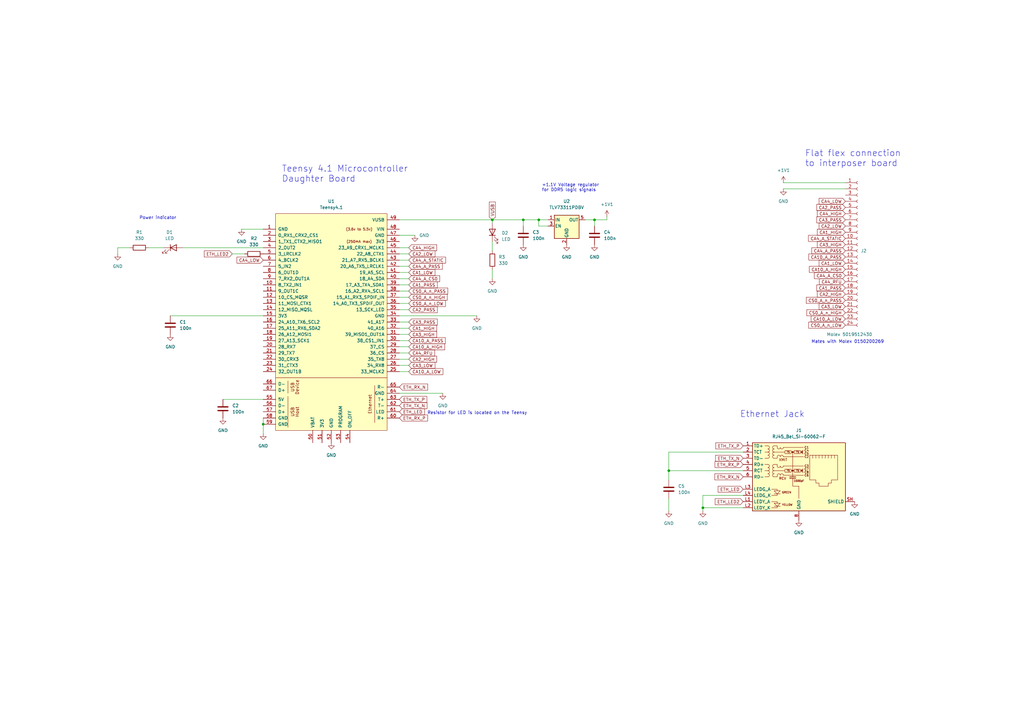
<source format=kicad_sch>
(kicad_sch (version 20211123) (generator eeschema)
  (paper "A3")
  (title_block (title "Injection Controller") (date "2023-03-06") (rev "A") (company "COMSEC") (comment 1 "COMSEC") (comment 3 "Draft") (comment 4 "EN") (comment 5 "Stefan Gloor") (comment 7 "D-ITET") (comment 8 "ETH Zürich, Computer Security Group"))
  (lib_symbols
    (symbol "+1V1_1" (power) (pin_numbers hide) (pin_names (offset 0) hide)
      (property "Value" "+1V1_1" (at 0 3.556 0))
      (symbol "+1V1_1_0_1"
        (polyline (pts (xy -0.762 1.27) (xy 0 2.54)))
        (polyline (pts (xy 0 0) (xy 0 2.54)))
        (polyline (pts (xy 0 2.54) (xy 0.762 1.27)))
      )
      (symbol "+1V1_1_1_1"
        (pin power_in line (at 0 0 90) (length 0) hide (name "+1V1") (number "1"))
      )
    )
    (symbol "Connector:Conn_01x24_Female" (pin_names (offset 1.016) hide)
      (property "Reference" "J" (at 0 30.48 0))
      (property "Value" "Conn_01x24_Female" (at 0 -33.02 0))
      (symbol "Conn_01x24_Female_1_1"
        (arc (start 0 -29.972) (mid -0.508 -30.48) (end 0 -30.988) (stroke (width 0.1524)))
        (arc (start 0 -27.432) (mid -0.508 -27.94) (end 0 -28.448) (stroke (width 0.1524)))
        (arc (start 0 -24.892) (mid -0.508 -25.4) (end 0 -25.908) (stroke (width 0.1524)))
        (arc (start 0 -22.352) (mid -0.508 -22.86) (end 0 -23.368) (stroke (width 0.1524)))
        (arc (start 0 -19.812) (mid -0.508 -20.32) (end 0 -20.828) (stroke (width 0.1524)))
        (arc (start 0 -17.272) (mid -0.508 -17.78) (end 0 -18.288) (stroke (width 0.1524)))
        (arc (start 0 -14.732) (mid -0.508 -15.24) (end 0 -15.748) (stroke (width 0.1524)))
        (arc (start 0 -12.192) (mid -0.508 -12.7) (end 0 -13.208) (stroke (width 0.1524)))
        (arc (start 0 -9.652) (mid -0.508 -10.16) (end 0 -10.668) (stroke (width 0.1524)))
        (arc (start 0 -7.112) (mid -0.508 -7.62) (end 0 -8.128) (stroke (width 0.1524)))
        (arc (start 0 -4.572) (mid -0.508 -5.08) (end 0 -5.588) (stroke (width 0.1524)))
        (arc (start 0 -2.032) (mid -0.508 -2.54) (end 0 -3.048) (stroke (width 0.1524)))
        (polyline (pts (xy -1.27 -30.48) (xy -0.508 -30.48)) (stroke (width 0.1524)))
        (polyline (pts (xy -1.27 -27.94) (xy -0.508 -27.94)) (stroke (width 0.1524)))
        (polyline (pts (xy -1.27 -25.4) (xy -0.508 -25.4)) (stroke (width 0.1524)))
        (polyline (pts (xy -1.27 -22.86) (xy -0.508 -22.86)) (stroke (width 0.1524)))
        (polyline (pts (xy -1.27 -20.32) (xy -0.508 -20.32)) (stroke (width 0.1524)))
        (polyline (pts (xy -1.27 -17.78) (xy -0.508 -17.78)) (stroke (width 0.1524)))
        (polyline (pts (xy -1.27 -15.24) (xy -0.508 -15.24)) (stroke (width 0.1524)))
        (polyline (pts (xy -1.27 -12.7) (xy -0.508 -12.7)) (stroke (width 0.1524)))
        (polyline (pts (xy -1.27 -10.16) (xy -0.508 -10.16)) (stroke (width 0.1524)))
        (polyline (pts (xy -1.27 -7.62) (xy -0.508 -7.62)) (stroke (width 0.1524)))
        (polyline (pts (xy -1.27 -5.08) (xy -0.508 -5.08)) (stroke (width 0.1524)))
        (polyline (pts (xy -1.27 -2.54) (xy -0.508 -2.54)) (stroke (width 0.1524)))
        (polyline (pts (xy -1.27 0) (xy -0.508 0)) (stroke (width 0.1524)))
        (polyline (pts (xy -1.27 2.54) (xy -0.508 2.54)) (stroke (width 0.1524)))
        (polyline (pts (xy -1.27 5.08) (xy -0.508 5.08)) (stroke (width 0.1524)))
        (polyline (pts (xy -1.27 7.62) (xy -0.508 7.62)) (stroke (width 0.1524)))
        (polyline (pts (xy -1.27 10.16) (xy -0.508 10.16)) (stroke (width 0.1524)))
        (polyline (pts (xy -1.27 12.7) (xy -0.508 12.7)) (stroke (width 0.1524)))
        (polyline (pts (xy -1.27 15.24) (xy -0.508 15.24)) (stroke (width 0.1524)))
        (polyline (pts (xy -1.27 17.78) (xy -0.508 17.78)) (stroke (width 0.1524)))
        (polyline (pts (xy -1.27 20.32) (xy -0.508 20.32)) (stroke (width 0.1524)))
        (polyline (pts (xy -1.27 22.86) (xy -0.508 22.86)) (stroke (width 0.1524)))
        (polyline (pts (xy -1.27 25.4) (xy -0.508 25.4)) (stroke (width 0.1524)))
        (polyline (pts (xy -1.27 27.94) (xy -0.508 27.94)) (stroke (width 0.1524)))
        (arc (start 0 0.508) (mid -0.508 0) (end 0 -0.508) (stroke (width 0.1524)))
        (arc (start 0 3.048) (mid -0.508 2.54) (end 0 2.032) (stroke (width 0.1524)))
        (arc (start 0 5.588) (mid -0.508 5.08) (end 0 4.572) (stroke (width 0.1524)))
        (arc (start 0 8.128) (mid -0.508 7.62) (end 0 7.112) (stroke (width 0.1524)))
        (arc (start 0 10.668) (mid -0.508 10.16) (end 0 9.652) (stroke (width 0.1524)))
        (arc (start 0 13.208) (mid -0.508 12.7) (end 0 12.192) (stroke (width 0.1524)))
        (arc (start 0 15.748) (mid -0.508 15.24) (end 0 14.732) (stroke (width 0.1524)))
        (arc (start 0 18.288) (mid -0.508 17.78) (end 0 17.272) (stroke (width 0.1524)))
        (arc (start 0 20.828) (mid -0.508 20.32) (end 0 19.812) (stroke (width 0.1524)))
        (arc (start 0 23.368) (mid -0.508 22.86) (end 0 22.352) (stroke (width 0.1524)))
        (arc (start 0 25.908) (mid -0.508 25.4) (end 0 24.892) (stroke (width 0.1524)))
        (arc (start 0 28.448) (mid -0.508 27.94) (end 0 27.432) (stroke (width 0.1524)))
        (pin passive line (at -5.08 27.94 0) (length 3.81) (name "Pin_1") (number "1"))
        (pin passive line (at -5.08 5.08 0) (length 3.81) (name "Pin_10") (number "10"))
        (pin passive line (at -5.08 2.54 0) (length 3.81) (name "Pin_11") (number "11"))
        (pin passive line (at -5.08 0 0) (length 3.81) (name "Pin_12") (number "12"))
        (pin passive line (at -5.08 -2.54 0) (length 3.81) (name "Pin_13") (number "13"))
        (pin passive line (at -5.08 -5.08 0) (length 3.81) (name "Pin_14") (number "14"))
        (pin passive line (at -5.08 -7.62 0) (length 3.81) (name "Pin_15") (number "15"))
        (pin passive line (at -5.08 -10.16 0) (length 3.81) (name "Pin_16") (number "16"))
        (pin passive line (at -5.08 -12.7 0) (length 3.81) (name "Pin_17") (number "17"))
        (pin passive line (at -5.08 -15.24 0) (length 3.81) (name "Pin_18") (number "18"))
        (pin passive line (at -5.08 -17.78 0) (length 3.81) (name "Pin_19") (number "19"))
        (pin passive line (at -5.08 25.4 0) (length 3.81) (name "Pin_2") (number "2"))
        (pin passive line (at -5.08 -20.32 0) (length 3.81) (name "Pin_20") (number "20"))
        (pin passive line (at -5.08 -22.86 0) (length 3.81) (name "Pin_21") (number "21"))
        (pin passive line (at -5.08 -25.4 0) (length 3.81) (name "Pin_22") (number "22"))
        (pin passive line (at -5.08 -27.94 0) (length 3.81) (name "Pin_23") (number "23"))
        (pin passive line (at -5.08 -30.48 0) (length 3.81) (name "Pin_24") (number "24"))
        (pin passive line (at -5.08 22.86 0) (length 3.81) (name "Pin_3") (number "3"))
        (pin passive line (at -5.08 20.32 0) (length 3.81) (name "Pin_4") (number "4"))
        (pin passive line (at -5.08 17.78 0) (length 3.81) (name "Pin_5") (number "5"))
        (pin passive line (at -5.08 15.24 0) (length 3.81) (name "Pin_6") (number "6"))
        (pin passive line (at -5.08 12.7 0) (length 3.81) (name "Pin_7") (number "7"))
        (pin passive line (at -5.08 10.16 0) (length 3.81) (name "Pin_8") (number "8"))
        (pin passive line (at -5.08 7.62 0) (length 3.81) (name "Pin_9") (number "9"))
      )
    )
    (symbol "Connector:RJ45_Bel_SI-60062-F"
      (property "Reference" "J" (at 19.05 15.24 0))
      (property "Value" "RJ45_Bel_SI-60062-F" (at -19.05 15.24 0))
      (symbol "RJ45_Bel_SI-60062-F_0_0"
        (circle (center -2.54 2.54) (radius 0.254) (stroke (width 0.254)) (fill (type outline)))
        (circle (center -2.54 10.16) (radius 0.254) (stroke (width 0.254)) (fill (type outline)))
        (polyline (pts (xy -7.62 -12.065) (xy -10.16 -12.065)))
        (polyline (pts (xy -7.62 -6.985) (xy -10.16 -6.985)))
        (polyline (pts (xy -2.54 10.16) (xy -2.54 0)))
        (polyline (pts (xy -1.27 -0.635) (xy -3.81 -0.635)) (stroke (width 0.254)))
        (polyline (pts (xy -1.27 0) (xy -3.81 0)) (stroke (width 0.254)))
        (polyline (pts (xy 1.27 2.54) (xy 0.635 2.54)))
        (polyline (pts (xy 1.27 10.16) (xy 0.635 10.16)))
        (polyline (pts (xy -11.176 -12.7) (xy -8.89 -12.7) (xy -8.89 -12.065)))
        (polyline (pts (xy -11.176 -10.16) (xy -8.89 -10.16) (xy -8.89 -10.795)))
        (polyline (pts (xy -11.176 -5.08) (xy -8.89 -5.08) (xy -8.89 -5.715)))
        (polyline (pts (xy -8.89 -6.985) (xy -8.89 -7.62) (xy -11.176 -7.62)))
        (polyline (pts (xy -10.16 -5.715) (xy -7.62 -5.715) (xy -8.89 -6.985) (xy -10.16 -5.715)))
        (polyline (pts (xy -7.62 -10.795) (xy -10.16 -10.795) (xy -8.89 -12.065) (xy -7.62 -10.795)))
        (polyline (pts (xy -2.54 -0.635) (xy -2.54 -3.81) (xy 0 -3.81) (xy 0 -8.89)))
        (polyline (pts (xy 1.905 3.175) (xy 1.27 3.175) (xy 1.27 1.905) (xy 1.905 1.905)))
        (polyline (pts (xy 1.905 10.795) (xy 1.27 10.795) (xy 1.27 9.525) (xy 1.905 9.525)))
        (circle (center 1.27 2.54) (radius 0.254) (stroke (width 0.254)) (fill (type outline)))
        (circle (center 1.27 10.16) (radius 0.254) (stroke (width 0.254)) (fill (type outline)))
        (text "1000pF" (at 0 -1.651 0) (effects (font (size 0.762 0.762))))
        (text "75" (at -4.445 2.54 0) (effects (font (size 0.762 0.762))))
        (text "75" (at -4.445 10.16 0) (effects (font (size 0.762 0.762))))
        (text "75" (at -0.635 2.54 0) (effects (font (size 0.762 0.762))))
        (text "75" (at -0.635 10.16 0) (effects (font (size 0.762 0.762))))
        (text "C1" (at 3.175 12.065 0) (effects (font (size 0.889 0.889))))
        (text "C2" (at 3.175 8.255 0) (effects (font (size 0.889 0.889))))
        (text "C3" (at 3.175 4.445 0) (effects (font (size 0.889 0.889))))
        (text "C4" (at 3.175 10.795 0) (effects (font (size 0.889 0.889))))
        (text "C5" (at 3.175 9.525 0) (effects (font (size 0.889 0.889))))
        (text "C6" (at 3.175 0.635 0) (effects (font (size 0.889 0.889))))
        (text "C7" (at 3.175 3.175 0) (effects (font (size 0.889 0.889))))
        (text "C8" (at 3.175 1.905 0) (effects (font (size 0.889 0.889))))
        (text "GREEN" (at -6.985 -6.35 0) (effects (font (size 0.762 0.762)) (justify left)))
        (text "RCV" (at -8.255 -0.635 0) (effects (font (size 1.016 1.016)) (justify left)))
        (text "XMIT" (at -8.255 6.985 0) (effects (font (size 1.016 1.016)) (justify left)))
        (text "YELLOW" (at -6.985 -11.43 0) (effects (font (size 0.762 0.762)) (justify left)))
      )
      (symbol "RJ45_Bel_SI-60062-F_0_1"
        (rectangle (start -19.05 -13.97) (end 19.05 13.97) (stroke (width 0.254)) (fill (type background)))
        (arc (start -12.7 0) (mid -12.065 0.635) (end -12.7 1.27))
        (arc (start -12.7 1.27) (mid -12.065 1.905) (end -12.7 2.54))
        (arc (start -12.7 2.54) (mid -12.065 3.175) (end -12.7 3.81))
        (arc (start -12.7 3.81) (mid -12.065 4.445) (end -12.7 5.08))
        (arc (start -12.7 7.62) (mid -12.065 8.255) (end -12.7 8.89))
        (arc (start -12.7 8.89) (mid -12.065 9.525) (end -12.7 10.16))
        (arc (start -12.7 10.16) (mid -12.065 10.795) (end -12.7 11.43))
        (arc (start -12.7 11.43) (mid -12.065 12.065) (end -12.7 12.7))
        (arc (start -10.16 1.27) (mid -10.795 0.635) (end -10.16 0))
        (arc (start -10.16 2.54) (mid -10.795 1.905) (end -10.16 1.27))
        (arc (start -10.16 3.81) (mid -10.795 3.175) (end -10.16 2.54))
        (arc (start -10.16 5.08) (mid -10.795 4.445) (end -10.16 3.81))
        (arc (start -10.16 8.89) (mid -10.795 8.255) (end -10.16 7.62))
        (arc (start -10.16 10.16) (mid -10.795 9.525) (end -10.16 8.89))
        (arc (start -10.16 11.43) (mid -10.795 10.795) (end -10.16 10.16))
        (arc (start -10.16 12.7) (mid -10.795 12.065) (end -10.16 11.43))
        (arc (start -8.89 4.445) (mid -8.255 3.81) (end -7.62 4.445))
        (arc (start -8.89 12.065) (mid -8.255 11.43) (end -7.62 12.065))
        (arc (start -7.62 0.635) (mid -8.255 1.27) (end -8.89 0.635))
        (arc (start -7.62 4.445) (mid -6.985 3.81) (end -6.35 4.445))
        (arc (start -7.62 8.255) (mid -8.255 8.89) (end -8.89 8.255))
        (arc (start -7.62 12.065) (mid -6.985 11.43) (end -6.35 12.065))
        (arc (start -6.35 0.635) (mid -6.985 1.27) (end -7.62 0.635))
        (arc (start -6.35 8.255) (mid -6.985 8.89) (end -7.62 8.255))
        (rectangle (start -5.715 3.175) (end -3.175 1.905))
        (rectangle (start -5.715 10.795) (end -3.175 9.525))
        (rectangle (start -1.905 3.175) (end 0.635 1.905))
        (rectangle (start -1.905 10.795) (end 0.635 9.525))
        (polyline (pts (xy -12.7 0) (xy -13.97 0)))
        (polyline (pts (xy -12.7 2.54) (xy -13.97 2.54)))
        (polyline (pts (xy -12.7 5.08) (xy -13.97 5.08)))
        (polyline (pts (xy -12.7 7.62) (xy -13.97 7.62)))
        (polyline (pts (xy -12.7 10.16) (xy -13.97 10.16)))
        (polyline (pts (xy -12.7 12.7) (xy -13.97 12.7)))
        (polyline (pts (xy -6.35 0.635) (xy 1.905 0.635)))
        (polyline (pts (xy -6.35 4.445) (xy 1.905 4.445)))
        (polyline (pts (xy -6.35 8.255) (xy 1.905 8.255)))
        (polyline (pts (xy -6.35 12.065) (xy 1.905 12.065)))
        (polyline (pts (xy -5.715 2.54) (xy -10.16 2.54)))
        (polyline (pts (xy -5.715 10.16) (xy -10.16 10.16)))
        (polyline (pts (xy -3.175 2.54) (xy -1.905 2.54)))
        (polyline (pts (xy -3.175 10.16) (xy -1.905 10.16)))
        (polyline (pts (xy 5.715 7.62) (xy 5.715 8.89)))
        (polyline (pts (xy 6.985 8.89) (xy 6.985 7.62)))
        (polyline (pts (xy 8.255 8.89) (xy 8.255 7.62)))
        (polyline (pts (xy 9.525 8.89) (xy 9.525 7.62)))
        (polyline (pts (xy 10.795 8.89) (xy 10.795 7.62)))
        (polyline (pts (xy 12.065 8.89) (xy 12.065 7.62)))
        (polyline (pts (xy 13.335 7.62) (xy 13.335 8.89)))
        (polyline (pts (xy 14.605 7.62) (xy 14.605 8.89)))
        (polyline (pts (xy -10.16 5.08) (xy -8.89 5.08) (xy -8.89 4.445)))
        (polyline (pts (xy -10.16 12.7) (xy -8.89 12.7) (xy -8.89 12.065)))
        (polyline (pts (xy -8.89 0.635) (xy -8.89 0) (xy -10.16 0)))
        (polyline (pts (xy -8.89 8.255) (xy -8.89 7.62) (xy -10.16 7.62)))
        (polyline (pts (xy 4.445 8.89) (xy 15.875 8.89) (xy 15.875 -1.27) (xy 13.335 -1.27) (xy 13.335 -2.54) (xy 12.065 -2.54) (xy 12.065 -3.81) (xy 8.255 -3.81) (xy 8.255 -2.54) (xy 6.985 -2.54) (xy 6.985 -1.27) (xy 4.445 -1.27) (xy 4.445 8.89)))
      )
      (symbol "RJ45_Bel_SI-60062-F_1_1"
        (pin passive line (at -22.86 12.7 0) (length 3.81) (name "TD+") (number "1"))
        (pin passive line (at -22.86 10.16 0) (length 3.81) (name "TCT") (number "2"))
        (pin passive line (at -22.86 7.62 0) (length 3.81) (name "TD-") (number "3"))
        (pin passive line (at -22.86 5.08 0) (length 3.81) (name "RD+") (number "4"))
        (pin passive line (at -22.86 2.54 0) (length 3.81) (name "RCT") (number "5"))
        (pin passive line (at -22.86 0 0) (length 3.81) (name "RD-") (number "6"))
        (pin no_connect line (at 5.08 -5.08 0) (length 0) hide (name "NC") (number "7"))
        (pin power_in line (at 0 -17.78 90) (length 3.81) (name "GND") (number "8"))
        (pin passive line (at -22.86 -10.16 0) (length 3.81) (name "LEDY_A") (number "L1"))
        (pin passive line (at -22.86 -12.7 0) (length 3.81) (name "LEDY_K") (number "L2"))
        (pin passive line (at -22.86 -5.08 0) (length 3.81) (name "LEDG_A") (number "L3"))
        (pin passive line (at -22.86 -7.62 0) (length 3.81) (name "LEDG_K") (number "L4"))
        (pin passive line (at 22.86 -10.16 180) (length 3.81) (name "SHIELD") (number "SH"))
      )
    )
    (symbol "Device:C" (pin_numbers hide) (pin_names (offset 0.254))
      (property "Reference" "C" (at 0.635 2.54 0))
      (property "Value" "C" (at 0.635 -2.54 0))
      (symbol "C_0_1"
        (polyline (pts (xy -2.032 -0.762) (xy 2.032 -0.762)) (stroke (width 0.508)))
        (polyline (pts (xy -2.032 0.762) (xy 2.032 0.762)) (stroke (width 0.508)))
      )
      (symbol "C_1_1"
        (pin passive line (at 0 3.81 270) (length 2.794) (name "~") (number "1"))
        (pin passive line (at 0 -3.81 90) (length 2.794) (name "~") (number "2"))
      )
    )
    (symbol "Device:LED" (pin_numbers hide) (pin_names (offset 1.016) hide)
      (property "Reference" "D" (at 0 2.54 0))
      (property "Value" "LED" (at 0 -2.54 0))
      (symbol "LED_0_1"
        (polyline (pts (xy -1.27 -1.27) (xy -1.27 1.27)) (stroke (width 0.254)))
        (polyline (pts (xy -1.27 0) (xy 1.27 0)))
        (polyline (pts (xy 1.27 -1.27) (xy 1.27 1.27) (xy -1.27 0) (xy 1.27 -1.27)) (stroke (width 0.254)))
        (polyline (pts (xy -3.048 -0.762) (xy -4.572 -2.286) (xy -3.81 -2.286) (xy -4.572 -2.286) (xy -4.572 -1.524)))
        (polyline (pts (xy -1.778 -0.762) (xy -3.302 -2.286) (xy -2.54 -2.286) (xy -3.302 -2.286) (xy -3.302 -1.524)))
      )
      (symbol "LED_1_1"
        (pin passive line (at -3.81 0 0) (length 2.54) (name "K") (number "1"))
        (pin passive line (at 3.81 0 180) (length 2.54) (name "A") (number "2"))
      )
    )
    (symbol "Device:R" (pin_numbers hide) (pin_names (offset 0))
      (property "Reference" "R" (at 2.032 0 90))
      (property "Value" "R" (at 0 0 90))
      (symbol "R_0_1"
        (rectangle (start -1.016 -2.54) (end 1.016 2.54) (stroke (width 0.254)))
      )
      (symbol "R_1_1"
        (pin passive line (at 0 3.81 270) (length 1.27) (name "~") (number "1"))
        (pin passive line (at 0 -3.81 90) (length 1.27) (name "~") (number "2"))
      )
    )
    (symbol "Regulator_Linear:TLV73311PDBV" (pin_names (offset 0.254))
      (property "Reference" "U" (at -3.81 5.715 0))
      (property "Value" "TLV73311PDBV" (at 0 5.715 0))
      (symbol "TLV73311PDBV_0_1"
        (rectangle (start -5.08 4.445) (end 5.08 -5.08) (stroke (width 0.254)) (fill (type background)))
      )
      (symbol "TLV73311PDBV_1_1"
        (pin power_in line (at -7.62 2.54 0) (length 2.54) (name "IN") (number "1"))
        (pin power_in line (at 0 -7.62 90) (length 2.54) (name "GND") (number "2"))
        (pin input line (at -7.62 0 0) (length 2.54) (name "EN") (number "3"))
        (pin no_connect line (at 5.08 0 180) (length 2.54) hide (name "NC") (number "4"))
        (pin power_out line (at 7.62 2.54 180) (length 2.54) (name "OUT") (number "5"))
      )
    )
    (symbol "Teensy:Teensy4.1" (pin_names (offset 1.016))
      (property "Reference" "U" (at 0 64.77 0))
      (property "Value" "Teensy4.1" (at 0 62.23 0))
      (symbol "Teensy4.1_0_0"
        (polyline (pts (xy -22.86 -6.35) (xy 22.86 -6.35)))
        (polyline (pts (xy -17.78 -26.67) (xy -17.78 -13.97)))
        (polyline (pts (xy -17.78 -7.62) (xy -17.78 -12.7)))
        (polyline (pts (xy 17.78 -9.525) (xy 17.78 -24.765)))
        (text "(250mA max)" (at 11.43 49.53 0) (effects (font (size 1.016 1.016))))
        (text "(3.6v to 5.5v)" (at 11.43 54.61 0) (effects (font (size 1.016 1.016))))
        (text "Device" (at -13.97 -10.16 900) (effects (font (size 1.27 1.27))))
        (text "Ethernet" (at 15.875 -17.145 900) (effects (font (size 1.27 1.27))))
        (text "Host" (at -13.97 -20.32 900) (effects (font (size 1.27 1.27))))
        (text "USB" (at -15.875 -20.32 900) (effects (font (size 1.27 1.27))))
        (text "USB" (at -15.875 -10.16 900) (effects (font (size 1.27 1.27))))
        (pin bidirectional line (at -27.94 31.75 0) (length 5.08) (name "8_TX2_IN1") (number "10"))
        (pin bidirectional line (at -27.94 29.21 0) (length 5.08) (name "9_OUT1C") (number "11"))
        (pin bidirectional line (at -27.94 26.67 0) (length 5.08) (name "10_CS_MQSR") (number "12"))
        (pin bidirectional line (at -27.94 24.13 0) (length 5.08) (name "11_MOSI_CTX1") (number "13"))
        (pin bidirectional line (at -27.94 21.59 0) (length 5.08) (name "12_MISO_MQSL") (number "14"))
        (pin power_in line (at -27.94 19.05 0) (length 5.08) (name "3V3") (number "15"))
        (pin bidirectional line (at -27.94 16.51 0) (length 5.08) (name "24_A10_TX6_SCL2") (number "16"))
        (pin bidirectional line (at -27.94 13.97 0) (length 5.08) (name "25_A11_RX6_SDA2") (number "17"))
        (pin bidirectional line (at -27.94 11.43 0) (length 5.08) (name "26_A12_MOSI1") (number "18"))
        (pin bidirectional line (at -27.94 8.89 0) (length 5.08) (name "27_A13_SCK1") (number "19"))
        (pin bidirectional line (at -27.94 6.35 0) (length 5.08) (name "28_RX7") (number "20"))
        (pin bidirectional line (at -27.94 3.81 0) (length 5.08) (name "29_TX7") (number "21"))
        (pin bidirectional line (at -27.94 1.27 0) (length 5.08) (name "30_CRX3") (number "22"))
        (pin bidirectional line (at -27.94 -1.27 0) (length 5.08) (name "31_CTX3") (number "23"))
        (pin bidirectional line (at -27.94 -3.81 0) (length 5.08) (name "32_OUT1B") (number "24"))
        (pin bidirectional line (at 27.94 -3.81 180) (length 5.08) (name "33_MCLK2") (number "25"))
        (pin bidirectional line (at 27.94 -1.27 180) (length 5.08) (name "34_RX8") (number "26"))
        (pin bidirectional line (at 27.94 1.27 180) (length 5.08) (name "35_TX8") (number "27"))
        (pin bidirectional line (at 27.94 3.81 180) (length 5.08) (name "36_CS") (number "28"))
        (pin bidirectional line (at 27.94 6.35 180) (length 5.08) (name "37_CS") (number "29"))
        (pin bidirectional line (at 27.94 8.89 180) (length 5.08) (name "38_CS1_IN1") (number "30"))
        (pin bidirectional line (at 27.94 11.43 180) (length 5.08) (name "39_MISO1_OUT1A") (number "31"))
        (pin bidirectional line (at 27.94 13.97 180) (length 5.08) (name "40_A16") (number "32"))
        (pin bidirectional line (at 27.94 16.51 180) (length 5.08) (name "41_A17") (number "33"))
        (pin bidirectional line (at 27.94 21.59 180) (length 5.08) (name "13_SCK_LED") (number "35"))
        (pin bidirectional line (at 27.94 24.13 180) (length 5.08) (name "14_A0_TX3_SPDIF_OUT") (number "36"))
        (pin bidirectional line (at 27.94 26.67 180) (length 5.08) (name "15_A1_RX3_SPDIF_IN") (number "37"))
        (pin bidirectional line (at 27.94 29.21 180) (length 5.08) (name "16_A2_RX4_SCL1") (number "38"))
        (pin bidirectional line (at 27.94 31.75 180) (length 5.08) (name "17_A3_TX4_SDA1") (number "39"))
        (pin bidirectional line (at 27.94 34.29 180) (length 5.08) (name "18_A4_SDA") (number "40"))
        (pin bidirectional line (at 27.94 36.83 180) (length 5.08) (name "19_A5_SCL") (number "41"))
        (pin bidirectional line (at 27.94 39.37 180) (length 5.08) (name "20_A6_TX5_LRCLK1") (number "42"))
        (pin bidirectional line (at 27.94 41.91 180) (length 5.08) (name "21_A7_RX5_BCLK1") (number "43"))
        (pin bidirectional line (at 27.94 44.45 180) (length 5.08) (name "22_A8_CTX1") (number "44"))
        (pin bidirectional line (at 27.94 46.99 180) (length 5.08) (name "23_A9_CRX1_MCLK1") (number "45"))
        (pin output line (at 27.94 49.53 180) (length 5.08) (name "3V3") (number "46"))
        (pin output line (at 27.94 52.07 180) (length 5.08) (name "GND") (number "47"))
        (pin power_in line (at 27.94 54.61 180) (length 5.08) (name "VIN") (number "48"))
        (pin power_out line (at 27.94 58.42 180) (length 5.08) (name "VUSB") (number "49"))
        (pin bidirectional line (at -27.94 44.45 0) (length 5.08) (name "3_LRCLK2") (number "5"))
        (pin power_in line (at -7.62 -33.02 90) (length 5.08) (name "VBAT") (number "50"))
        (pin power_in line (at -3.81 -33.02 90) (length 5.08) (name "3V3") (number "51"))
        (pin input line (at 0 -33.02 90) (length 5.08) (name "GND") (number "52"))
        (pin input line (at 3.81 -33.02 90) (length 5.08) (name "PROGRAM") (number "53"))
        (pin input line (at 7.62 -33.02 90) (length 5.08) (name "ON_OFF") (number "54"))
        (pin power_out line (at -27.94 -15.24 0) (length 5.08) (name "5V") (number "55"))
        (pin bidirectional line (at -27.94 -17.78 0) (length 5.08) (name "D-") (number "56"))
        (pin bidirectional line (at -27.94 -20.32 0) (length 5.08) (name "D+") (number "57"))
        (pin power_in line (at -27.94 -22.86 0) (length 5.08) (name "GND") (number "58"))
        (pin power_in line (at -27.94 -25.4 0) (length 5.08) (name "GND") (number "59"))
        (pin bidirectional line (at -27.94 41.91 0) (length 5.08) (name "4_BCLK2") (number "6"))
        (pin bidirectional line (at 27.94 -22.86 180) (length 5.08) (name "R+") (number "60"))
        (pin bidirectional line (at 27.94 -20.32 180) (length 5.08) (name "LED") (number "61"))
        (pin bidirectional line (at 27.94 -17.78 180) (length 5.08) (name "T-") (number "62"))
        (pin bidirectional line (at 27.94 -15.24 180) (length 5.08) (name "T+") (number "63"))
        (pin power_in line (at 27.94 -12.7 180) (length 5.08) (name "GND") (number "64"))
        (pin bidirectional line (at 27.94 -10.16 180) (length 5.08) (name "R-") (number "65"))
        (pin bidirectional line (at -27.94 -8.89 0) (length 5.08) (name "D-") (number "66"))
        (pin bidirectional line (at -27.94 -11.43 0) (length 5.08) (name "D+") (number "67"))
        (pin bidirectional line (at -27.94 39.37 0) (length 5.08) (name "5_IN2") (number "7"))
        (pin bidirectional line (at -27.94 36.83 0) (length 5.08) (name "6_OUT1D") (number "8"))
        (pin bidirectional line (at -27.94 34.29 0) (length 5.08) (name "7_RX2_OUT1A") (number "9"))
      )
      (symbol "Teensy4.1_0_1"
        (rectangle (start -22.86 60.96) (end 22.86 -27.94) (fill (type background)))
        (rectangle (start -20.32 -1.27) (end -20.32 -1.27))
      )
      (symbol "Teensy4.1_1_1"
        (pin power_in line (at -27.94 54.61 0) (length 5.08) (name "GND") (number "1"))
        (pin bidirectional line (at -27.94 52.07 0) (length 5.08) (name "0_RX1_CRX2_CS1") (number "2"))
        (pin bidirectional line (at -27.94 49.53 0) (length 5.08) (name "1_TX1_CTX2_MISO1") (number "3"))
        (pin power_in line (at 27.94 19.05 180) (length 5.08) (name "GND") (number "34"))
        (pin bidirectional line (at -27.94 46.99 0) (length 5.08) (name "2_OUT2") (number "4"))
      )
    )
    (symbol "power:+1V1" (power) (pin_names (offset 0))
      (property "Value" "+1V1" (at 0 3.556 0))
      (symbol "+1V1_0_1"
        (polyline (pts (xy -0.762 1.27) (xy 0 2.54)))
        (polyline (pts (xy 0 0) (xy 0 2.54)))
        (polyline (pts (xy 0 2.54) (xy 0.762 1.27)))
      )
      (symbol "+1V1_1_1"
        (pin power_in line (at 0 0 90) (length 0) hide (name "+1V1") (number "1"))
      )
    )
    (symbol "power:GND" (power) (pin_numbers hide) (pin_names (offset 0) hide)
      (property "Value" "GND" (at 0 -3.81 0))
      (symbol "GND_0_1"
        (polyline (pts (xy 0 0) (xy 0 -1.27) (xy 1.27 -1.27) (xy 0 -2.54) (xy -1.27 -1.27) (xy 0 -1.27)))
      )
      (symbol "GND_1_1"
        (pin power_in line (at 0 0 270) (length 0) hide (name "GND") (number "1"))
      )
    )
  )
  (junction (at 288.29 208.28))
  (junction (at 214.63 90.17))
  (junction (at 201.93 90.17))
  (junction (at 107.95 173.99))
  (junction (at 243.84 90.17))
  (junction (at 274.32 193.04))
  (junction (at 220.98 90.17))
  (wire (pts (xy 167.64 132.08) (xy 163.83 132.08)))
  (wire (pts (xy 274.32 209.55) (xy 274.32 204.47)))
  (wire (pts (xy 167.64 111.76) (xy 163.83 111.76)))
  (wire (pts (xy 201.93 91.44) (xy 201.93 90.17)))
  (wire (pts (xy 274.32 196.85) (xy 274.32 193.04)))
  (wire (pts (xy 107.95 129.54) (xy 69.85 129.54)))
  (wire (pts (xy 167.64 119.38) (xy 163.83 119.38)))
  (wire (pts (xy 224.79 92.71) (xy 220.98 92.71)))
  (wire (pts (xy 167.64 124.46) (xy 163.83 124.46)))
  (wire (pts (xy 170.18 96.52) (xy 163.83 96.52)))
  (wire (pts (xy 95.25 104.14) (xy 100.33 104.14)))
  (wire (pts (xy 304.8 193.04) (xy 274.32 193.04)))
  (wire (pts (xy 167.64 127) (xy 163.83 127)))
  (wire (pts (xy 167.64 144.78) (xy 163.83 144.78)))
  (wire (pts (xy 167.64 106.68) (xy 163.83 106.68)))
  (wire (pts (xy 243.84 90.17) (xy 240.03 90.17)))
  (wire (pts (xy 167.64 109.22) (xy 163.83 109.22)))
  (wire (pts (xy 304.8 203.2) (xy 288.29 203.2)))
  (wire (pts (xy 288.29 209.55) (xy 288.29 208.28)))
  (wire (pts (xy 167.64 142.24) (xy 163.83 142.24)))
  (wire (pts (xy 167.64 139.7) (xy 163.83 139.7)))
  (wire (pts (xy 167.64 104.14) (xy 163.83 104.14)))
  (wire (pts (xy 248.92 90.17) (xy 243.84 90.17)))
  (wire (pts (xy 107.95 171.45) (xy 107.95 173.99)))
  (wire (pts (xy 321.31 74.93) (xy 346.71 74.93)))
  (wire (pts (xy 288.29 203.2) (xy 288.29 208.28)))
  (wire (pts (xy 167.64 147.32) (xy 163.83 147.32)))
  (wire (pts (xy 274.32 185.42) (xy 274.32 193.04)))
  (wire (pts (xy 167.64 152.4) (xy 163.83 152.4)))
  (wire (pts (xy 53.34 101.6) (xy 48.26 101.6)))
  (wire (pts (xy 60.96 101.6) (xy 67.31 101.6)))
  (wire (pts (xy 220.98 90.17) (xy 224.79 90.17)))
  (wire (pts (xy 163.83 90.17) (xy 201.93 90.17)))
  (wire (pts (xy 181.61 161.29) (xy 163.83 161.29)))
  (wire (pts (xy 167.64 149.86) (xy 163.83 149.86)))
  (wire (pts (xy 167.64 116.84) (xy 163.83 116.84)))
  (wire (pts (xy 74.93 101.6) (xy 107.95 101.6)))
  (wire (pts (xy 167.64 121.92) (xy 163.83 121.92)))
  (wire (pts (xy 167.64 137.16) (xy 163.83 137.16)))
  (wire (pts (xy 167.64 134.62) (xy 163.83 134.62)))
  (wire (pts (xy 195.58 129.54) (xy 163.83 129.54)))
  (wire (pts (xy 167.64 101.6) (xy 163.83 101.6)))
  (wire (pts (xy 214.63 92.71) (xy 214.63 90.17)))
  (wire (pts (xy 220.98 92.71) (xy 220.98 90.17)))
  (wire (pts (xy 201.93 90.17) (xy 214.63 90.17)))
  (wire (pts (xy 248.92 88.9) (xy 248.92 90.17)))
  (wire (pts (xy 107.95 177.8) (xy 107.95 173.99)))
  (wire (pts (xy 321.31 77.47) (xy 346.71 77.47)))
  (wire (pts (xy 243.84 92.71) (xy 243.84 90.17)))
  (wire (pts (xy 99.06 93.98) (xy 107.95 93.98)))
  (wire (pts (xy 214.63 90.17) (xy 220.98 90.17)))
  (wire (pts (xy 201.93 99.06) (xy 201.93 102.87)))
  (wire (pts (xy 288.29 208.28) (xy 304.8 208.28)))
  (wire (pts (xy 201.93 110.49) (xy 201.93 114.3)))
  (wire (pts (xy 107.95 163.83) (xy 91.44 163.83)))
  (wire (pts (xy 167.64 114.3) (xy 163.83 114.3)))
  (wire (pts (xy 48.26 101.6) (xy 48.26 104.14)))
  (wire (pts (xy 304.8 185.42) (xy 274.32 185.42)))
  (text "Mates with Molex 0150200269" (at 332.74 140.97 0) (effects (font (size 1.27 1.27)) (justify left bottom)))
  (text "+1.1V Voltage regulator \nfor DDR5 logic signals" (at 222.25 78.74 0) (effects (font (size 1.27 1.27)) (justify left bottom)))
  (text "Flat flex connection\nto interposer board" (at 330.2 68.58 0) (effects (font (size 2.56 2.56)) (justify left bottom)))
  (text "Power indicator" (at 57.15 90.17 0) (effects (font (size 1.27 1.27)) (justify left bottom)))
  (text "Resistor for LED is located on the Teensy" (at 175.26 170.18 0) (effects (font (size 1.27 1.27)) (justify left bottom)))
  (text "Ethernet Jack" (at 303.53 171.45 0) (effects (font (size 2.56 2.56)) (justify left bottom)))
  (text "Teensy 4.1 Microcontroller \nDaughter Board" (at 115.57 74.93 0) (effects (font (size 2.56 2.56)) (justify left bottom)))
  (global_label "CA1_PASS" (shape input) (at 167.64 116.84 0) (property "Intersheet References" "${INTERSHEET_REFS}" (effects hide)))
  (global_label "CA3_LOW" (shape input) (at 167.64 149.86 0) (property "Intersheet References" "${INTERSHEET_REFS}" (effects hide)))
  (global_label "ETH_TX_N" (shape input) (at 304.8 187.96 180) (property "Intersheet References" "${INTERSHEET_REFS}" (effects hide)))
  (global_label "ETH_TX_P" (shape input) (at 163.83 163.83 0) (property "Intersheet References" "${INTERSHEET_REFS}" (effects hide)))
  (global_label "CA2_HIGH" (shape input) (at 167.64 147.32 0) (property "Intersheet References" "${INTERSHEET_REFS}" (effects hide)))
  (global_label "CA10_A_HIGH" (shape input) (at 346.71 110.49 180) (property "Intersheet References" "${INTERSHEET_REFS}" (effects hide)))
  (global_label "CA10_A_HIGH" (shape input) (at 167.64 142.24 0) (property "Intersheet References" "${INTERSHEET_REFS}" (effects hide)))
  (global_label "ETH_LED" (shape input) (at 304.8 200.66 180) (property "Intersheet References" "${INTERSHEET_REFS}" (effects hide)))
  (global_label "CS0_A_n_PASS" (shape input) (at 346.71 123.19 180) (property "Intersheet References" "${INTERSHEET_REFS}" (effects hide)))
  (global_label "CA2_PASS" (shape input) (at 167.64 127 0) (property "Intersheet References" "${INTERSHEET_REFS}" (effects hide)))
  (global_label "CA4_A_CS0" (shape input) (at 346.71 113.03 180) (property "Intersheet References" "${INTERSHEET_REFS}" (effects hide)))
  (global_label "CS0_A_n_PASS" (shape input) (at 167.64 119.38 0) (property "Intersheet References" "${INTERSHEET_REFS}" (effects hide)))
  (global_label "CA10_A_PASS" (shape input) (at 167.64 139.7 0) (property "Intersheet References" "${INTERSHEET_REFS}" (effects hide)))
  (global_label "CA4_RFU" (shape input) (at 167.64 144.78 0) (property "Intersheet References" "${INTERSHEET_REFS}" (effects hide)))
  (global_label "CA1_PASS" (shape input) (at 346.71 118.11 180) (property "Intersheet References" "${INTERSHEET_REFS}" (effects hide)))
  (global_label "CA3_PASS" (shape input) (at 167.64 132.08 0) (property "Intersheet References" "${INTERSHEET_REFS}" (effects hide)))
  (global_label "CA4_LOW" (shape input) (at 346.71 82.55 180) (property "Intersheet References" "${INTERSHEET_REFS}" (effects hide)))
  (global_label "CA2_LOW" (shape input) (at 167.64 104.14 0) (property "Intersheet References" "${INTERSHEET_REFS}" (effects hide)))
  (global_label "CA10_A_LOW" (shape input) (at 167.64 152.4 0) (property "Intersheet References" "${INTERSHEET_REFS}" (effects hide)))
  (global_label "CA4_A_PASS" (shape input) (at 167.64 109.22 0) (property "Intersheet References" "${INTERSHEET_REFS}" (effects hide)))
  (global_label "CA10_A_PASS" (shape input) (at 346.71 105.41 180) (property "Intersheet References" "${INTERSHEET_REFS}" (effects hide)))
  (global_label "CA4_A_STATIC" (shape input) (at 346.71 97.79 180) (property "Intersheet References" "${INTERSHEET_REFS}" (effects hide)))
  (global_label "CA4_A_STATIC" (shape input) (at 167.64 106.68 0) (property "Intersheet References" "${INTERSHEET_REFS}" (effects hide)))
  (global_label "CA3_PASS" (shape input) (at 346.71 90.17 180) (property "Intersheet References" "${INTERSHEET_REFS}" (effects hide)))
  (global_label "CS0_A_n_HIGH" (shape input) (at 346.71 128.27 180) (property "Intersheet References" "${INTERSHEET_REFS}" (effects hide)))
  (global_label "CA2_PASS" (shape input) (at 346.71 85.09 180) (property "Intersheet References" "${INTERSHEET_REFS}" (effects hide)))
  (global_label "ETH_LED2" (shape input) (at 304.8 205.74 180) (property "Intersheet References" "${INTERSHEET_REFS}" (effects hide)))
  (global_label "CA10_A_LOW" (shape input) (at 346.71 130.81 180) (property "Intersheet References" "${INTERSHEET_REFS}" (effects hide)))
  (global_label "CA4_LOW" (shape input) (at 107.95 106.68 180) (property "Intersheet References" "${INTERSHEET_REFS}" (effects hide)))
  (global_label "CS0_A_n_LOW" (shape input) (at 346.71 133.35 180) (property "Intersheet References" "${INTERSHEET_REFS}" (effects hide)))
  (global_label "ETH_RX_P" (shape input) (at 304.8 190.5 180) (property "Intersheet References" "${INTERSHEET_REFS}" (effects hide)))
  (global_label "CA4_HIGH" (shape input) (at 346.71 87.63 180) (property "Intersheet References" "${INTERSHEET_REFS}" (effects hide)))
  (global_label "ETH_LED2" (shape input) (at 95.25 104.14 180) (property "Intersheet References" "${INTERSHEET_REFS}" (effects hide)))
  (global_label "CA2_HIGH" (shape input) (at 346.71 120.65 180) (property "Intersheet References" "${INTERSHEET_REFS}" (effects hide)))
  (global_label "ETH_LED" (shape input) (at 163.83 168.91 0) (property "Intersheet References" "${INTERSHEET_REFS}" (effects hide)))
  (global_label "CA4_A_CS0" (shape input) (at 167.64 114.3 0) (property "Intersheet References" "${INTERSHEET_REFS}" (effects hide)))
  (global_label "CA1_HIGH" (shape input) (at 346.71 95.25 180) (property "Intersheet References" "${INTERSHEET_REFS}" (effects hide)))
  (global_label "CA1_HIGH" (shape input) (at 167.64 134.62 0) (property "Intersheet References" "${INTERSHEET_REFS}" (effects hide)))
  (global_label "VUSB" (shape input) (at 201.93 90.17 90) (property "Intersheet References" "${INTERSHEET_REFS}" (effects hide)))
  (global_label "ETH_RX_N" (shape input) (at 163.83 158.75 0) (property "Intersheet References" "${INTERSHEET_REFS}" (effects hide)))
  (global_label "CA4_HIGH" (shape input) (at 167.64 101.6 0) (property "Intersheet References" "${INTERSHEET_REFS}" (effects hide)))
  (global_label "CA1_LOW" (shape input) (at 167.64 111.76 0) (property "Intersheet References" "${INTERSHEET_REFS}" (effects hide)))
  (global_label "CA4_A_PASS" (shape input) (at 346.71 102.87 180) (property "Intersheet References" "${INTERSHEET_REFS}" (effects hide)))
  (global_label "ETH_RX_P" (shape input) (at 163.83 171.45 0) (property "Intersheet References" "${INTERSHEET_REFS}" (effects hide)))
  (global_label "CS0_A_n_LOW" (shape input) (at 167.64 124.46 0) (property "Intersheet References" "${INTERSHEET_REFS}" (effects hide)))
  (global_label "CA2_LOW" (shape input) (at 346.71 92.71 180) (property "Intersheet References" "${INTERSHEET_REFS}" (effects hide)))
  (global_label "ETH_TX_N" (shape input) (at 163.83 166.37 0) (property "Intersheet References" "${INTERSHEET_REFS}" (effects hide)))
  (global_label "CA3_HIGH" (shape input) (at 167.64 137.16 0) (property "Intersheet References" "${INTERSHEET_REFS}" (effects hide)))
  (global_label "CA1_LOW" (shape input) (at 346.71 107.95 180) (property "Intersheet References" "${INTERSHEET_REFS}" (effects hide)))
  (global_label "CA4_RFU" (shape input) (at 346.71 115.57 180) (property "Intersheet References" "${INTERSHEET_REFS}" (effects hide)))
  (global_label "CA3_LOW" (shape input) (at 346.71 125.73 180) (property "Intersheet References" "${INTERSHEET_REFS}" (effects hide)))
  (global_label "CA3_HIGH" (shape input) (at 346.71 100.33 180) (property "Intersheet References" "${INTERSHEET_REFS}" (effects hide)))
  (global_label "CS0_A_n_HIGH" (shape input) (at 167.64 121.92 0) (property "Intersheet References" "${INTERSHEET_REFS}" (effects hide)))
  (global_label "ETH_RX_N" (shape input) (at 304.8 195.58 180) (property "Intersheet References" "${INTERSHEET_REFS}" (effects hide)))
  (global_label "ETH_TX_P" (shape input) (at 304.8 182.88 180) (property "Intersheet References" "${INTERSHEET_REFS}" (effects hide)))
  (symbol (lib_id "Device:C") (at 69.85 133.35 0) (unit 1)
    (property "Reference" "C1" (at 73.66 132.0799 0) (effects (justify left)))
    (property "Value" "100n" (at 73.66 134.6199 0) (effects (justify left)))
    (property "Footprint" "Capacitor_SMD:C_0603_1608Metric" (effects hide))
  )
  (symbol (lib_id "Device:LED") (at 71.12 101.6 0) (unit 1)
    (property "Reference" "D1" (at 69.5325 95.25 0))
    (property "Value" "LED" (at 69.5325 97.79 0))
    (property "Footprint" "LED_SMD:LED_0805_2012Metric" (effects hide))
  )
  (symbol (lib_id "Device:C") (at 91.44 167.64 0) (unit 1)
    (property "Reference" "C2" (at 95.25 166.3699 0) (effects (justify left)))
    (property "Value" "100n" (at 95.25 168.9099 0) (effects (justify left)))
    (property "Footprint" "Capacitor_SMD:C_0603_1608Metric" (effects hide))
  )
  (symbol (lib_id "power:GND") (at 214.63 100.33 0) (unit 1)
    (property "Reference" "#PWR0107" (effects hide))
    (property "Value" "GND" (at 214.63 105.41 0))
  )
  (symbol (lib_id "power:GND") (at 99.06 93.98 0) (unit 1)
    (property "Reference" "#PWR0120" (effects hide))
    (property "Value" "GND" (at 99.06 99.06 0))
  )
  (symbol (lib_id "power:GND") (at 350.52 205.74 0) (unit 1)
    (property "Reference" "#PWR0103" (effects hide))
    (property "Value" "GND" (at 350.52 210.82 0))
  )
  (symbol (lib_id "Device:C") (at 274.32 200.66 0) (unit 1)
    (property "Reference" "C5" (at 278.13 199.3899 0) (effects (justify left)))
    (property "Value" "100n" (at 278.13 201.9299 0) (effects (justify left)))
    (property "Footprint" "Capacitor_SMD:C_0603_1608Metric" (effects hide))
  )
  (symbol (lib_id "Device:R") (at 201.93 106.68 0) (unit 1)
    (property "Reference" "R3" (at 204.47 105.4099 0) (effects (justify left)))
    (property "Value" "330" (at 204.47 107.9499 0) (effects (justify left)))
    (property "Footprint" "Resistor_SMD:R_0603_1608Metric" (effects hide))
  )
  (symbol (lib_id "power:GND") (at 170.18 96.52 0) (unit 1)
    (property "Reference" "#PWR0118" (effects hide))
    (property "Value" "GND" (at 173.99 96.52 0))
  )
  (symbol (lib_id "power:GND") (at 321.31 77.47 0) (unit 1)
    (property "Reference" "#PWR0108" (effects hide))
    (property "Value" "GND" (at 321.31 82.55 0))
  )
  (symbol (lib_id "Device:LED") (at 201.93 95.25 90) (unit 1)
    (property "Reference" "D2" (at 205.74 95.5674 90) (effects (justify right)))
    (property "Value" "LED" (at 205.74 98.1074 90) (effects (justify right)))
    (property "Footprint" "LED_SMD:LED_0805_2012Metric" (effects hide))
  )
  (symbol (lib_id "power:GND") (at 274.32 209.55 0) (unit 1)
    (property "Reference" "#PWR0102" (effects hide))
    (property "Value" "GND" (at 274.32 214.63 0))
  )
  (symbol (lib_id "Connector:RJ45_Bel_SI-60062-F") (at 327.66 195.58 0) (unit 1)
    (property "Reference" "J1" (at 327.66 176.53 0))
    (property "Value" "RJ45_Bel_SI-60062-F" (at 327.66 179.07 0))
    (property "Footprint" "DDR5:480251090" (effects hide))
    (property "Datasheet" "https://belfuse.com/resources/drawings/magneticsolutions/dr-mag-si-60062-f.pdf" (effects hide))
  )
  (symbol (lib_id "power:GND") (at 91.44 171.45 0) (unit 1)
    (property "Reference" "#PWR0113" (effects hide))
    (property "Value" "GND" (at 91.44 176.53 0))
  )
  (symbol (lib_id "Device:C") (at 214.63 96.52 0) (unit 1)
    (property "Reference" "C3" (at 218.44 95.2499 0) (effects (justify left)))
    (property "Value" "100n" (at 218.44 97.7899 0) (effects (justify left)))
    (property "Footprint" "Capacitor_SMD:C_0603_1608Metric" (effects hide))
  )
  (symbol (lib_id "Device:R") (at 57.15 101.6 90) (unit 1)
    (property "Reference" "R1" (at 57.15 95.25 90))
    (property "Value" "330" (at 57.15 97.79 90))
    (property "Footprint" "Resistor_SMD:R_0603_1608Metric" (effects hide))
  )
  (symbol (lib_id "power:GND") (at 232.41 100.33 0) (unit 1)
    (property "Reference" "#PWR0111" (effects hide))
    (property "Value" "GND" (at 232.41 105.41 0))
  )
  (symbol (lib_id "Device:R") (at 104.14 104.14 90) (unit 1)
    (property "Reference" "R2" (at 104.14 97.79 90))
    (property "Value" "330" (at 104.14 100.33 90))
    (property "Footprint" "Resistor_SMD:R_0603_1608Metric" (effects hide))
  )
  (symbol (lib_id "power:GND") (at 195.58 129.54 0) (unit 1)
    (property "Reference" "#PWR0117" (effects hide))
    (property "Value" "GND" (at 195.58 134.62 0))
  )
  (symbol (lib_id "power:GND") (at 201.93 114.3 0) (unit 1)
    (property "Reference" "#PWR0119" (effects hide))
    (property "Value" "GND" (at 201.93 119.38 0))
  )
  (symbol (lib_id "power:GND") (at 48.26 104.14 0) (unit 1)
    (property "Reference" "#PWR0106" (effects hide))
    (property "Value" "GND" (at 48.26 109.22 0))
  )
  (symbol (lib_name "+1V1_1") (lib_id "power:+1V1") (at 248.92 88.9 0) (unit 1)
    (property "Reference" "#PWR0110" (effects hide))
    (property "Value" "+1V1" (at 248.92 83.82 0))
  )
  (symbol (lib_id "Device:C") (at 243.84 96.52 0) (unit 1)
    (property "Reference" "C4" (at 247.65 95.2499 0) (effects (justify left)))
    (property "Value" "100n" (at 247.65 97.7899 0) (effects (justify left)))
    (property "Footprint" "Capacitor_SMD:C_0603_1608Metric" (effects hide))
  )
  (symbol (lib_id "power:GND") (at 135.89 181.61 0) (unit 1)
    (property "Reference" "#PWR0116" (effects hide))
    (property "Value" "GND" (at 135.89 186.69 0))
  )
  (symbol (lib_id "power:+1V1") (at 321.31 74.93 0) (unit 1)
    (property "Reference" "#PWR0109" (effects hide))
    (property "Value" "+1V1" (at 321.31 69.85 0))
  )
  (symbol (lib_id "Teensy:Teensy4.1") (at 135.89 148.59 0) (unit 1)
    (property "Reference" "U1" (at 135.89 82.55 0))
    (property "Value" "Teensy4.1" (at 135.89 85.09 0))
    (property "Footprint" "Teensy:Teensy41" (effects hide))
  )
  (symbol (lib_id "power:GND") (at 69.85 137.16 0) (unit 1)
    (property "Reference" "#PWR0105" (effects hide))
    (property "Value" "GND" (at 69.85 142.24 0))
  )
  (symbol (lib_id "Regulator_Linear:TLV73311PDBV") (at 232.41 92.71 0) (unit 1)
    (property "Reference" "U2" (at 232.41 82.55 0))
    (property "Value" "TLV73311PDBV" (at 232.41 85.09 0))
    (property "Footprint" "Package_TO_SOT_SMD:SOT-23-5" (effects hide))
    (property "Datasheet" "http://www.ti.com/lit/ds/symlink/tlv733p.pdf" (effects hide))
  )
  (symbol (lib_id "power:GND") (at 288.29 209.55 0) (unit 1)
    (property "Reference" "#PWR0101" (effects hide))
    (property "Value" "GND" (at 288.29 214.63 0))
  )
  (symbol (lib_id "power:GND") (at 243.84 100.33 0) (unit 1)
    (property "Reference" "#PWR0112" (effects hide))
    (property "Value" "GND" (at 243.84 105.41 0))
  )
  (symbol (lib_id "Connector:Conn_01x24_Female") (at 351.79 102.87 0) (unit 1)
    (property "Reference" "J2" (at 353.06 102.8699 0) (effects (justify left)))
    (property "Value" "Molex 5019512430" (at 339.09 137.1599 0) (effects (justify left)))
    (property "Footprint" "DDR5:5019512430" (effects hide))
  )
  (symbol (lib_id "power:GND") (at 327.66 213.36 0) (unit 1)
    (property "Reference" "#PWR0104" (effects hide))
    (property "Value" "GND" (at 327.66 218.44 0))
  )
  (symbol (lib_id "power:GND") (at 181.61 161.29 0) (unit 1)
    (property "Reference" "#PWR0115" (effects hide))
    (property "Value" "GND" (at 181.61 166.37 0))
  )
  (symbol (lib_id "power:GND") (at 107.95 177.8 0) (unit 1)
    (property "Reference" "#PWR0114" (effects hide))
    (property "Value" "GND" (at 107.95 182.88 0))
  )
)
</source>
